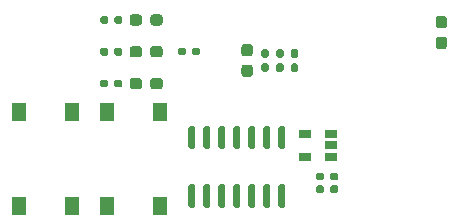
<source format=gbr>
%TF.GenerationSoftware,KiCad,Pcbnew,(5.1.9)-1*%
%TF.CreationDate,2021-02-27T13:09:48+00:00*%
%TF.ProjectId,filaSens-attiny84,66696c61-5365-46e7-932d-617474696e79,rev?*%
%TF.SameCoordinates,Original*%
%TF.FileFunction,Paste,Top*%
%TF.FilePolarity,Positive*%
%FSLAX46Y46*%
G04 Gerber Fmt 4.6, Leading zero omitted, Abs format (unit mm)*
G04 Created by KiCad (PCBNEW (5.1.9)-1) date 2021-02-27 13:09:48*
%MOMM*%
%LPD*%
G01*
G04 APERTURE LIST*
%ADD10R,1.300000X1.550000*%
%ADD11R,1.060000X0.650000*%
G04 APERTURE END LIST*
%TO.C,U1*%
G36*
G01*
X139708300Y-113153600D02*
X139408300Y-113153600D01*
G75*
G02*
X139258300Y-113003600I0J150000D01*
G01*
X139258300Y-111353600D01*
G75*
G02*
X139408300Y-111203600I150000J0D01*
G01*
X139708300Y-111203600D01*
G75*
G02*
X139858300Y-111353600I0J-150000D01*
G01*
X139858300Y-113003600D01*
G75*
G02*
X139708300Y-113153600I-150000J0D01*
G01*
G37*
G36*
G01*
X140978300Y-113153600D02*
X140678300Y-113153600D01*
G75*
G02*
X140528300Y-113003600I0J150000D01*
G01*
X140528300Y-111353600D01*
G75*
G02*
X140678300Y-111203600I150000J0D01*
G01*
X140978300Y-111203600D01*
G75*
G02*
X141128300Y-111353600I0J-150000D01*
G01*
X141128300Y-113003600D01*
G75*
G02*
X140978300Y-113153600I-150000J0D01*
G01*
G37*
G36*
G01*
X142248300Y-113153600D02*
X141948300Y-113153600D01*
G75*
G02*
X141798300Y-113003600I0J150000D01*
G01*
X141798300Y-111353600D01*
G75*
G02*
X141948300Y-111203600I150000J0D01*
G01*
X142248300Y-111203600D01*
G75*
G02*
X142398300Y-111353600I0J-150000D01*
G01*
X142398300Y-113003600D01*
G75*
G02*
X142248300Y-113153600I-150000J0D01*
G01*
G37*
G36*
G01*
X143518300Y-113153600D02*
X143218300Y-113153600D01*
G75*
G02*
X143068300Y-113003600I0J150000D01*
G01*
X143068300Y-111353600D01*
G75*
G02*
X143218300Y-111203600I150000J0D01*
G01*
X143518300Y-111203600D01*
G75*
G02*
X143668300Y-111353600I0J-150000D01*
G01*
X143668300Y-113003600D01*
G75*
G02*
X143518300Y-113153600I-150000J0D01*
G01*
G37*
G36*
G01*
X144788300Y-113153600D02*
X144488300Y-113153600D01*
G75*
G02*
X144338300Y-113003600I0J150000D01*
G01*
X144338300Y-111353600D01*
G75*
G02*
X144488300Y-111203600I150000J0D01*
G01*
X144788300Y-111203600D01*
G75*
G02*
X144938300Y-111353600I0J-150000D01*
G01*
X144938300Y-113003600D01*
G75*
G02*
X144788300Y-113153600I-150000J0D01*
G01*
G37*
G36*
G01*
X146058300Y-113153600D02*
X145758300Y-113153600D01*
G75*
G02*
X145608300Y-113003600I0J150000D01*
G01*
X145608300Y-111353600D01*
G75*
G02*
X145758300Y-111203600I150000J0D01*
G01*
X146058300Y-111203600D01*
G75*
G02*
X146208300Y-111353600I0J-150000D01*
G01*
X146208300Y-113003600D01*
G75*
G02*
X146058300Y-113153600I-150000J0D01*
G01*
G37*
G36*
G01*
X147328300Y-113153600D02*
X147028300Y-113153600D01*
G75*
G02*
X146878300Y-113003600I0J150000D01*
G01*
X146878300Y-111353600D01*
G75*
G02*
X147028300Y-111203600I150000J0D01*
G01*
X147328300Y-111203600D01*
G75*
G02*
X147478300Y-111353600I0J-150000D01*
G01*
X147478300Y-113003600D01*
G75*
G02*
X147328300Y-113153600I-150000J0D01*
G01*
G37*
G36*
G01*
X147328300Y-108203600D02*
X147028300Y-108203600D01*
G75*
G02*
X146878300Y-108053600I0J150000D01*
G01*
X146878300Y-106403600D01*
G75*
G02*
X147028300Y-106253600I150000J0D01*
G01*
X147328300Y-106253600D01*
G75*
G02*
X147478300Y-106403600I0J-150000D01*
G01*
X147478300Y-108053600D01*
G75*
G02*
X147328300Y-108203600I-150000J0D01*
G01*
G37*
G36*
G01*
X146058300Y-108203600D02*
X145758300Y-108203600D01*
G75*
G02*
X145608300Y-108053600I0J150000D01*
G01*
X145608300Y-106403600D01*
G75*
G02*
X145758300Y-106253600I150000J0D01*
G01*
X146058300Y-106253600D01*
G75*
G02*
X146208300Y-106403600I0J-150000D01*
G01*
X146208300Y-108053600D01*
G75*
G02*
X146058300Y-108203600I-150000J0D01*
G01*
G37*
G36*
G01*
X144788300Y-108203600D02*
X144488300Y-108203600D01*
G75*
G02*
X144338300Y-108053600I0J150000D01*
G01*
X144338300Y-106403600D01*
G75*
G02*
X144488300Y-106253600I150000J0D01*
G01*
X144788300Y-106253600D01*
G75*
G02*
X144938300Y-106403600I0J-150000D01*
G01*
X144938300Y-108053600D01*
G75*
G02*
X144788300Y-108203600I-150000J0D01*
G01*
G37*
G36*
G01*
X143518300Y-108203600D02*
X143218300Y-108203600D01*
G75*
G02*
X143068300Y-108053600I0J150000D01*
G01*
X143068300Y-106403600D01*
G75*
G02*
X143218300Y-106253600I150000J0D01*
G01*
X143518300Y-106253600D01*
G75*
G02*
X143668300Y-106403600I0J-150000D01*
G01*
X143668300Y-108053600D01*
G75*
G02*
X143518300Y-108203600I-150000J0D01*
G01*
G37*
G36*
G01*
X142248300Y-108203600D02*
X141948300Y-108203600D01*
G75*
G02*
X141798300Y-108053600I0J150000D01*
G01*
X141798300Y-106403600D01*
G75*
G02*
X141948300Y-106253600I150000J0D01*
G01*
X142248300Y-106253600D01*
G75*
G02*
X142398300Y-106403600I0J-150000D01*
G01*
X142398300Y-108053600D01*
G75*
G02*
X142248300Y-108203600I-150000J0D01*
G01*
G37*
G36*
G01*
X140978300Y-108203600D02*
X140678300Y-108203600D01*
G75*
G02*
X140528300Y-108053600I0J150000D01*
G01*
X140528300Y-106403600D01*
G75*
G02*
X140678300Y-106253600I150000J0D01*
G01*
X140978300Y-106253600D01*
G75*
G02*
X141128300Y-106403600I0J-150000D01*
G01*
X141128300Y-108053600D01*
G75*
G02*
X140978300Y-108203600I-150000J0D01*
G01*
G37*
G36*
G01*
X139708300Y-108203600D02*
X139408300Y-108203600D01*
G75*
G02*
X139258300Y-108053600I0J150000D01*
G01*
X139258300Y-106403600D01*
G75*
G02*
X139408300Y-106253600I150000J0D01*
G01*
X139708300Y-106253600D01*
G75*
G02*
X139858300Y-106403600I0J-150000D01*
G01*
X139858300Y-108053600D01*
G75*
G02*
X139708300Y-108203600I-150000J0D01*
G01*
G37*
%TD*%
%TO.C,D1*%
G36*
G01*
X134286800Y-102904300D02*
X134286800Y-102429300D01*
G75*
G02*
X134524300Y-102191800I237500J0D01*
G01*
X135099300Y-102191800D01*
G75*
G02*
X135336800Y-102429300I0J-237500D01*
G01*
X135336800Y-102904300D01*
G75*
G02*
X135099300Y-103141800I-237500J0D01*
G01*
X134524300Y-103141800D01*
G75*
G02*
X134286800Y-102904300I0J237500D01*
G01*
G37*
G36*
G01*
X136036800Y-102904300D02*
X136036800Y-102429300D01*
G75*
G02*
X136274300Y-102191800I237500J0D01*
G01*
X136849300Y-102191800D01*
G75*
G02*
X137086800Y-102429300I0J-237500D01*
G01*
X137086800Y-102904300D01*
G75*
G02*
X136849300Y-103141800I-237500J0D01*
G01*
X136274300Y-103141800D01*
G75*
G02*
X136036800Y-102904300I0J237500D01*
G01*
G37*
%TD*%
%TO.C,R1*%
G36*
G01*
X132968300Y-102826800D02*
X132968300Y-102506800D01*
G75*
G02*
X133128300Y-102346800I160000J0D01*
G01*
X133523300Y-102346800D01*
G75*
G02*
X133683300Y-102506800I0J-160000D01*
G01*
X133683300Y-102826800D01*
G75*
G02*
X133523300Y-102986800I-160000J0D01*
G01*
X133128300Y-102986800D01*
G75*
G02*
X132968300Y-102826800I0J160000D01*
G01*
G37*
G36*
G01*
X131773300Y-102826800D02*
X131773300Y-102506800D01*
G75*
G02*
X131933300Y-102346800I160000J0D01*
G01*
X132328300Y-102346800D01*
G75*
G02*
X132488300Y-102506800I0J-160000D01*
G01*
X132488300Y-102826800D01*
G75*
G02*
X132328300Y-102986800I-160000J0D01*
G01*
X131933300Y-102986800D01*
G75*
G02*
X131773300Y-102826800I0J160000D01*
G01*
G37*
%TD*%
%TO.C,R2*%
G36*
G01*
X145584925Y-100956100D02*
X145904925Y-100956100D01*
G75*
G02*
X146064925Y-101116100I0J-160000D01*
G01*
X146064925Y-101511100D01*
G75*
G02*
X145904925Y-101671100I-160000J0D01*
G01*
X145584925Y-101671100D01*
G75*
G02*
X145424925Y-101511100I0J160000D01*
G01*
X145424925Y-101116100D01*
G75*
G02*
X145584925Y-100956100I160000J0D01*
G01*
G37*
G36*
G01*
X145584925Y-99761100D02*
X145904925Y-99761100D01*
G75*
G02*
X146064925Y-99921100I0J-160000D01*
G01*
X146064925Y-100316100D01*
G75*
G02*
X145904925Y-100476100I-160000J0D01*
G01*
X145584925Y-100476100D01*
G75*
G02*
X145424925Y-100316100I0J160000D01*
G01*
X145424925Y-99921100D01*
G75*
G02*
X145584925Y-99761100I160000J0D01*
G01*
G37*
%TD*%
%TO.C,R3*%
G36*
G01*
X147155950Y-101671100D02*
X146835950Y-101671100D01*
G75*
G02*
X146675950Y-101511100I0J160000D01*
G01*
X146675950Y-101116100D01*
G75*
G02*
X146835950Y-100956100I160000J0D01*
G01*
X147155950Y-100956100D01*
G75*
G02*
X147315950Y-101116100I0J-160000D01*
G01*
X147315950Y-101511100D01*
G75*
G02*
X147155950Y-101671100I-160000J0D01*
G01*
G37*
G36*
G01*
X147155950Y-100476100D02*
X146835950Y-100476100D01*
G75*
G02*
X146675950Y-100316100I0J160000D01*
G01*
X146675950Y-99921100D01*
G75*
G02*
X146835950Y-99761100I160000J0D01*
G01*
X147155950Y-99761100D01*
G75*
G02*
X147315950Y-99921100I0J-160000D01*
G01*
X147315950Y-100316100D01*
G75*
G02*
X147155950Y-100476100I-160000J0D01*
G01*
G37*
%TD*%
%TO.C,R4*%
G36*
G01*
X148406975Y-101671100D02*
X148086975Y-101671100D01*
G75*
G02*
X147926975Y-101511100I0J160000D01*
G01*
X147926975Y-101116100D01*
G75*
G02*
X148086975Y-100956100I160000J0D01*
G01*
X148406975Y-100956100D01*
G75*
G02*
X148566975Y-101116100I0J-160000D01*
G01*
X148566975Y-101511100D01*
G75*
G02*
X148406975Y-101671100I-160000J0D01*
G01*
G37*
G36*
G01*
X148406975Y-100476100D02*
X148086975Y-100476100D01*
G75*
G02*
X147926975Y-100316100I0J160000D01*
G01*
X147926975Y-99921100D01*
G75*
G02*
X148086975Y-99761100I160000J0D01*
G01*
X148406975Y-99761100D01*
G75*
G02*
X148566975Y-99921100I0J-160000D01*
G01*
X148566975Y-100316100D01*
G75*
G02*
X148406975Y-100476100I-160000J0D01*
G01*
G37*
%TD*%
%TO.C,R5*%
G36*
G01*
X139079000Y-99789000D02*
X139079000Y-100109000D01*
G75*
G02*
X138919000Y-100269000I-160000J0D01*
G01*
X138524000Y-100269000D01*
G75*
G02*
X138364000Y-100109000I0J160000D01*
G01*
X138364000Y-99789000D01*
G75*
G02*
X138524000Y-99629000I160000J0D01*
G01*
X138919000Y-99629000D01*
G75*
G02*
X139079000Y-99789000I0J-160000D01*
G01*
G37*
G36*
G01*
X140274000Y-99789000D02*
X140274000Y-100109000D01*
G75*
G02*
X140114000Y-100269000I-160000J0D01*
G01*
X139719000Y-100269000D01*
G75*
G02*
X139559000Y-100109000I0J160000D01*
G01*
X139559000Y-99789000D01*
G75*
G02*
X139719000Y-99629000I160000J0D01*
G01*
X140114000Y-99629000D01*
G75*
G02*
X140274000Y-99789000I0J-160000D01*
G01*
G37*
%TD*%
D10*
%TO.C,S1*%
X124902400Y-105041800D03*
X129402400Y-105041800D03*
X129402400Y-112991800D03*
X124902400Y-112991800D03*
%TD*%
%TO.C,C1*%
G36*
G01*
X144471400Y-102116100D02*
X143996400Y-102116100D01*
G75*
G02*
X143758900Y-101878600I0J237500D01*
G01*
X143758900Y-101303600D01*
G75*
G02*
X143996400Y-101066100I237500J0D01*
G01*
X144471400Y-101066100D01*
G75*
G02*
X144708900Y-101303600I0J-237500D01*
G01*
X144708900Y-101878600D01*
G75*
G02*
X144471400Y-102116100I-237500J0D01*
G01*
G37*
G36*
G01*
X144471400Y-100366100D02*
X143996400Y-100366100D01*
G75*
G02*
X143758900Y-100128600I0J237500D01*
G01*
X143758900Y-99553600D01*
G75*
G02*
X143996400Y-99316100I237500J0D01*
G01*
X144471400Y-99316100D01*
G75*
G02*
X144708900Y-99553600I0J-237500D01*
G01*
X144708900Y-100128600D01*
G75*
G02*
X144471400Y-100366100I-237500J0D01*
G01*
G37*
%TD*%
%TO.C,C2*%
G36*
G01*
X160917900Y-97988500D02*
X160442900Y-97988500D01*
G75*
G02*
X160205400Y-97751000I0J237500D01*
G01*
X160205400Y-97176000D01*
G75*
G02*
X160442900Y-96938500I237500J0D01*
G01*
X160917900Y-96938500D01*
G75*
G02*
X161155400Y-97176000I0J-237500D01*
G01*
X161155400Y-97751000D01*
G75*
G02*
X160917900Y-97988500I-237500J0D01*
G01*
G37*
G36*
G01*
X160917900Y-99738500D02*
X160442900Y-99738500D01*
G75*
G02*
X160205400Y-99501000I0J237500D01*
G01*
X160205400Y-98926000D01*
G75*
G02*
X160442900Y-98688500I237500J0D01*
G01*
X160917900Y-98688500D01*
G75*
G02*
X161155400Y-98926000I0J-237500D01*
G01*
X161155400Y-99501000D01*
G75*
G02*
X160917900Y-99738500I-237500J0D01*
G01*
G37*
%TD*%
%TO.C,D2*%
G36*
G01*
X134286800Y-97514401D02*
X134286800Y-97039401D01*
G75*
G02*
X134524300Y-96801901I237500J0D01*
G01*
X135099300Y-96801901D01*
G75*
G02*
X135336800Y-97039401I0J-237500D01*
G01*
X135336800Y-97514401D01*
G75*
G02*
X135099300Y-97751901I-237500J0D01*
G01*
X134524300Y-97751901D01*
G75*
G02*
X134286800Y-97514401I0J237500D01*
G01*
G37*
G36*
G01*
X136036800Y-97514401D02*
X136036800Y-97039401D01*
G75*
G02*
X136274300Y-96801901I237500J0D01*
G01*
X136849300Y-96801901D01*
G75*
G02*
X137086800Y-97039401I0J-237500D01*
G01*
X137086800Y-97514401D01*
G75*
G02*
X136849300Y-97751901I-237500J0D01*
G01*
X136274300Y-97751901D01*
G75*
G02*
X136036800Y-97514401I0J237500D01*
G01*
G37*
%TD*%
%TO.C,R6*%
G36*
G01*
X131773300Y-97436901D02*
X131773300Y-97116901D01*
G75*
G02*
X131933300Y-96956901I160000J0D01*
G01*
X132328300Y-96956901D01*
G75*
G02*
X132488300Y-97116901I0J-160000D01*
G01*
X132488300Y-97436901D01*
G75*
G02*
X132328300Y-97596901I-160000J0D01*
G01*
X131933300Y-97596901D01*
G75*
G02*
X131773300Y-97436901I0J160000D01*
G01*
G37*
G36*
G01*
X132968300Y-97436901D02*
X132968300Y-97116901D01*
G75*
G02*
X133128300Y-96956901I160000J0D01*
G01*
X133523300Y-96956901D01*
G75*
G02*
X133683300Y-97116901I0J-160000D01*
G01*
X133683300Y-97436901D01*
G75*
G02*
X133523300Y-97596901I-160000J0D01*
G01*
X133128300Y-97596901D01*
G75*
G02*
X132968300Y-97436901I0J160000D01*
G01*
G37*
%TD*%
%TO.C,S2*%
X136852850Y-112991800D03*
X132352850Y-112991800D03*
X132352850Y-105041800D03*
X136852850Y-105041800D03*
%TD*%
D11*
%TO.C,U2*%
X151315600Y-108849200D03*
X151315600Y-107899200D03*
X151315600Y-106949200D03*
X149115600Y-106949200D03*
X149115600Y-108849200D03*
%TD*%
%TO.C,R7*%
G36*
G01*
X151970600Y-111447600D02*
X151970600Y-111767600D01*
G75*
G02*
X151810600Y-111927600I-160000J0D01*
G01*
X151415600Y-111927600D01*
G75*
G02*
X151255600Y-111767600I0J160000D01*
G01*
X151255600Y-111447600D01*
G75*
G02*
X151415600Y-111287600I160000J0D01*
G01*
X151810600Y-111287600D01*
G75*
G02*
X151970600Y-111447600I0J-160000D01*
G01*
G37*
G36*
G01*
X150775600Y-111447600D02*
X150775600Y-111767600D01*
G75*
G02*
X150615600Y-111927600I-160000J0D01*
G01*
X150220600Y-111927600D01*
G75*
G02*
X150060600Y-111767600I0J160000D01*
G01*
X150060600Y-111447600D01*
G75*
G02*
X150220600Y-111287600I160000J0D01*
G01*
X150615600Y-111287600D01*
G75*
G02*
X150775600Y-111447600I0J-160000D01*
G01*
G37*
%TD*%
%TO.C,R8*%
G36*
G01*
X150775600Y-110380800D02*
X150775600Y-110700800D01*
G75*
G02*
X150615600Y-110860800I-160000J0D01*
G01*
X150220600Y-110860800D01*
G75*
G02*
X150060600Y-110700800I0J160000D01*
G01*
X150060600Y-110380800D01*
G75*
G02*
X150220600Y-110220800I160000J0D01*
G01*
X150615600Y-110220800D01*
G75*
G02*
X150775600Y-110380800I0J-160000D01*
G01*
G37*
G36*
G01*
X151970600Y-110380800D02*
X151970600Y-110700800D01*
G75*
G02*
X151810600Y-110860800I-160000J0D01*
G01*
X151415600Y-110860800D01*
G75*
G02*
X151255600Y-110700800I0J160000D01*
G01*
X151255600Y-110380800D01*
G75*
G02*
X151415600Y-110220800I160000J0D01*
G01*
X151810600Y-110220800D01*
G75*
G02*
X151970600Y-110380800I0J-160000D01*
G01*
G37*
%TD*%
%TO.C,D3*%
G36*
G01*
X134286800Y-100209350D02*
X134286800Y-99734350D01*
G75*
G02*
X134524300Y-99496850I237500J0D01*
G01*
X135099300Y-99496850D01*
G75*
G02*
X135336800Y-99734350I0J-237500D01*
G01*
X135336800Y-100209350D01*
G75*
G02*
X135099300Y-100446850I-237500J0D01*
G01*
X134524300Y-100446850D01*
G75*
G02*
X134286800Y-100209350I0J237500D01*
G01*
G37*
G36*
G01*
X136036800Y-100209350D02*
X136036800Y-99734350D01*
G75*
G02*
X136274300Y-99496850I237500J0D01*
G01*
X136849300Y-99496850D01*
G75*
G02*
X137086800Y-99734350I0J-237500D01*
G01*
X137086800Y-100209350D01*
G75*
G02*
X136849300Y-100446850I-237500J0D01*
G01*
X136274300Y-100446850D01*
G75*
G02*
X136036800Y-100209350I0J237500D01*
G01*
G37*
%TD*%
%TO.C,R9*%
G36*
G01*
X132968300Y-100131850D02*
X132968300Y-99811850D01*
G75*
G02*
X133128300Y-99651850I160000J0D01*
G01*
X133523300Y-99651850D01*
G75*
G02*
X133683300Y-99811850I0J-160000D01*
G01*
X133683300Y-100131850D01*
G75*
G02*
X133523300Y-100291850I-160000J0D01*
G01*
X133128300Y-100291850D01*
G75*
G02*
X132968300Y-100131850I0J160000D01*
G01*
G37*
G36*
G01*
X131773300Y-100131850D02*
X131773300Y-99811850D01*
G75*
G02*
X131933300Y-99651850I160000J0D01*
G01*
X132328300Y-99651850D01*
G75*
G02*
X132488300Y-99811850I0J-160000D01*
G01*
X132488300Y-100131850D01*
G75*
G02*
X132328300Y-100291850I-160000J0D01*
G01*
X131933300Y-100291850D01*
G75*
G02*
X131773300Y-100131850I0J160000D01*
G01*
G37*
%TD*%
M02*

</source>
